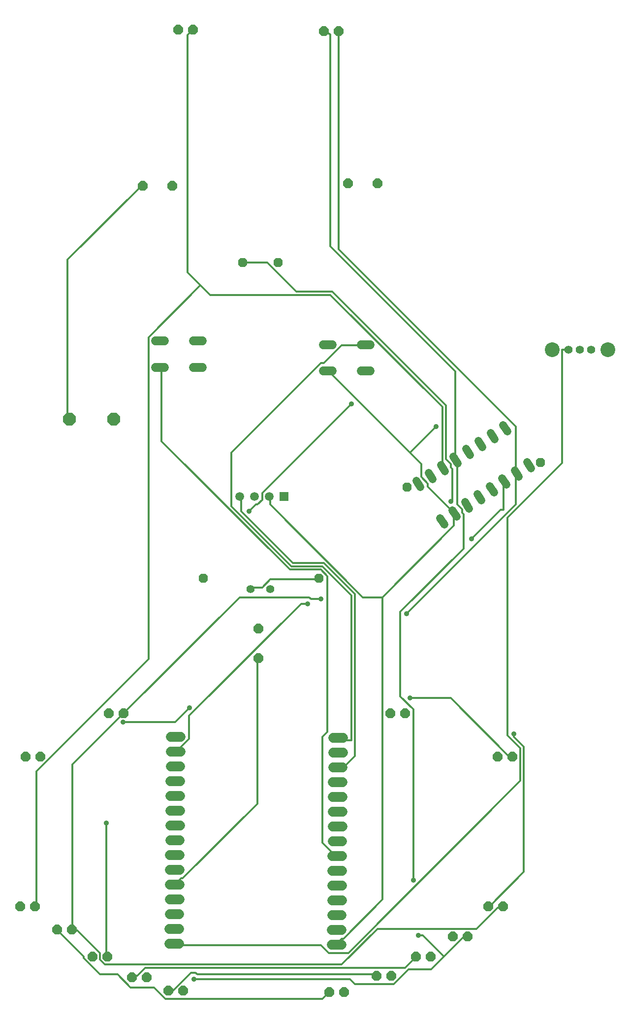
<source format=gbr>
G04 EAGLE Gerber RS-274X export*
G75*
%MOMM*%
%FSLAX34Y34*%
%LPD*%
%INBottom Copper*%
%IPPOS*%
%AMOC8*
5,1,8,0,0,1.08239X$1,22.5*%
G01*
%ADD10C,1.320800*%
%ADD11P,1.814519X8X22.500000*%
%ADD12P,1.814519X8X202.500000*%
%ADD13C,1.400000*%
%ADD14P,1.814519X8X112.500000*%
%ADD15C,1.524000*%
%ADD16C,1.676400*%
%ADD17R,1.508000X1.508000*%
%ADD18C,1.508000*%
%ADD19P,1.732040X8X22.500000*%
%ADD20P,2.336880X8X22.500000*%
%ADD21C,1.422400*%
%ADD22C,2.540000*%
%ADD23C,0.304800*%
%ADD24C,0.914400*%


D10*
X1054251Y1031130D02*
X1061387Y1020016D01*
X1040012Y1006294D02*
X1032877Y1017408D01*
X926005Y948798D02*
X933141Y937683D01*
X911766Y923961D02*
X904631Y935076D01*
X1011503Y1003686D02*
X1018638Y992571D01*
X997264Y978849D02*
X990128Y989964D01*
X947380Y962520D02*
X954515Y951405D01*
X975889Y965127D02*
X968754Y976242D01*
X945797Y870952D02*
X952933Y859838D01*
X974307Y873560D02*
X967172Y884674D01*
X988546Y898397D02*
X995681Y887282D01*
X1017056Y901004D02*
X1009920Y912119D01*
X1031295Y925841D02*
X1038430Y914726D01*
X1059804Y928448D02*
X1052669Y939563D01*
X1074043Y953285D02*
X1081179Y942170D01*
X1102553Y955892D02*
X1095418Y967007D01*
D11*
X415520Y81900D03*
X440920Y81900D03*
X495080Y1710540D03*
X520480Y1710540D03*
X836720Y84240D03*
X862120Y84240D03*
X375740Y535860D03*
X401140Y535860D03*
X233000Y460980D03*
X258400Y460980D03*
X967760Y152100D03*
X993160Y152100D03*
X754820Y56160D03*
X780220Y56160D03*
X904580Y117000D03*
X929980Y117000D03*
X223640Y203580D03*
X249040Y203580D03*
X286820Y163800D03*
X312220Y163800D03*
X1028600Y203580D03*
X1054000Y203580D03*
X860120Y535860D03*
X885520Y535860D03*
X1044980Y460980D03*
X1070380Y460980D03*
X347660Y117000D03*
X373060Y117000D03*
D12*
X770860Y1708200D03*
X745460Y1708200D03*
D11*
X478700Y58500D03*
X504100Y58500D03*
D13*
X619480Y748800D03*
X653480Y748800D03*
D14*
X633494Y630378D03*
X633494Y681178D03*
D11*
X786974Y1446548D03*
X837774Y1446548D03*
X434398Y1442590D03*
X485198Y1442590D03*
D15*
X744872Y1168794D02*
X760112Y1168794D01*
X760112Y1123582D02*
X744872Y1123582D01*
X809896Y1168794D02*
X825136Y1168794D01*
X825136Y1123582D02*
X809896Y1123582D01*
X536490Y1130114D02*
X521250Y1130114D01*
X521250Y1175326D02*
X536490Y1175326D01*
X471466Y1130114D02*
X456226Y1130114D01*
X456226Y1175326D02*
X471466Y1175326D01*
D16*
X482577Y495137D02*
X499340Y495020D01*
X499163Y469621D02*
X482400Y469738D01*
X482222Y444339D02*
X498986Y444222D01*
X498808Y418822D02*
X482045Y418939D01*
X481868Y393540D02*
X498631Y393423D01*
X498454Y368024D02*
X481690Y368141D01*
X481513Y342741D02*
X498277Y342624D01*
X498099Y317225D02*
X481336Y317342D01*
X481158Y291942D02*
X497922Y291825D01*
X497745Y266426D02*
X480981Y266543D01*
X480804Y241144D02*
X497567Y241027D01*
X497390Y215627D02*
X480626Y215744D01*
X480449Y190345D02*
X497213Y190228D01*
X497035Y164828D02*
X480272Y164945D01*
X480094Y139546D02*
X496858Y139429D01*
X759488Y137596D02*
X776251Y137479D01*
X776428Y162878D02*
X759665Y162995D01*
X759842Y188394D02*
X776606Y188277D01*
X776783Y213677D02*
X760020Y213794D01*
X760197Y239193D02*
X776960Y239076D01*
X777138Y264475D02*
X760374Y264592D01*
X760551Y289992D02*
X777315Y289875D01*
X777492Y315274D02*
X760729Y315391D01*
X760906Y340791D02*
X777670Y340674D01*
X777847Y366073D02*
X761083Y366190D01*
X761261Y391589D02*
X778024Y391472D01*
X778202Y416872D02*
X761438Y416989D01*
X761615Y442388D02*
X778379Y442271D01*
X778556Y467671D02*
X761793Y467788D01*
X761970Y493187D02*
X778734Y493070D01*
D17*
X677004Y908008D03*
D18*
X651604Y908008D03*
X626204Y908008D03*
X600804Y908008D03*
D19*
X666900Y1310400D03*
X606060Y1310400D03*
X538200Y767520D03*
X737100Y767520D03*
X1118520Y966420D03*
X889200Y924300D03*
D20*
X308220Y1041300D03*
X384420Y1041300D03*
D21*
X1186380Y1160640D03*
D22*
X1234380Y1160640D03*
X1138380Y1160640D03*
D21*
X1166380Y1160640D03*
X1205380Y1160640D03*
D23*
X718058Y723646D02*
X706882Y723646D01*
X514096Y530860D01*
X514096Y491744D01*
X491744Y469392D01*
X490781Y469680D01*
D24*
X718058Y723646D03*
D23*
X603504Y882904D02*
X603504Y905256D01*
X603504Y882904D02*
X692912Y793496D01*
X745998Y793496D01*
X799084Y740410D01*
X603504Y905256D02*
X600804Y908008D01*
X799084Y462124D02*
X776880Y439920D01*
X772407Y439920D01*
X769997Y442330D01*
X799084Y462124D02*
X799084Y740410D01*
X1064514Y461010D02*
X1070102Y461010D01*
X1064514Y461010D02*
X963930Y561594D01*
X894080Y561594D01*
X1070102Y461010D02*
X1070380Y460980D01*
D24*
X894080Y561594D03*
D23*
X972312Y972312D02*
X972312Y1123188D01*
X757174Y1338326D01*
X757174Y1701972D01*
X972312Y972312D02*
X972322Y970685D01*
X757174Y1701972D02*
X745460Y1708200D01*
X371602Y346456D02*
X371602Y117348D01*
X373060Y117000D01*
X986282Y150876D02*
X991870Y150876D01*
X952754Y117348D02*
X930402Y94996D01*
X952754Y117348D02*
X986282Y150876D01*
X930402Y94996D02*
X891286Y94996D01*
X866140Y69850D01*
X799084Y69850D01*
X790702Y78232D01*
X522478Y78232D01*
X991870Y150876D02*
X993160Y152100D01*
X975106Y894080D02*
X975106Y969518D01*
X975106Y894080D02*
X983488Y885698D01*
X983488Y880110D01*
X986282Y877316D01*
X986282Y818642D01*
X877316Y709676D01*
X877316Y564388D01*
X899668Y542036D01*
X899668Y248666D01*
X908050Y153670D02*
X916432Y153670D01*
X952754Y117348D01*
X975106Y969518D02*
X972322Y970685D01*
D24*
X371602Y346456D03*
X522478Y78232D03*
X899668Y248666D03*
X908050Y153670D03*
D23*
X949960Y958342D02*
X949960Y1061720D01*
X757174Y1254506D01*
X550418Y1254506D01*
X533654Y1271270D02*
X511302Y1293622D01*
X533654Y1271270D02*
X550418Y1254506D01*
X511302Y1293622D02*
X511302Y1701546D01*
X517798Y1708042D01*
X949960Y958342D02*
X950947Y956962D01*
X517798Y1708042D02*
X520480Y1710540D01*
X251460Y435864D02*
X251460Y203962D01*
X251460Y435864D02*
X444246Y628650D01*
X444246Y1181862D01*
X533654Y1271270D01*
X251460Y203962D02*
X249040Y203580D01*
X723646Y732028D02*
X740410Y732028D01*
X723646Y732028D02*
X720852Y734822D01*
X600710Y734822D01*
X402336Y536448D01*
X401140Y535860D01*
X312928Y447040D02*
X312928Y164846D01*
X312928Y447040D02*
X399542Y533654D01*
X312928Y164846D02*
X312220Y163800D01*
X399542Y533654D02*
X401140Y535860D01*
X1044956Y201168D02*
X1053338Y201168D01*
X1044956Y201168D02*
X1008634Y164846D01*
X838200Y164846D01*
X776732Y103378D01*
X368808Y103378D01*
X360426Y111760D01*
X360426Y122936D01*
X321310Y162052D01*
X312928Y162052D01*
X1053338Y201168D02*
X1054000Y203580D01*
X312928Y162052D02*
X312220Y163800D01*
D24*
X740410Y732028D03*
D23*
X287782Y162052D02*
X332486Y117348D01*
X332486Y114554D01*
X360426Y86614D01*
X391160Y86614D01*
X413512Y64262D01*
X453536Y64262D01*
X473094Y44704D01*
X743204Y44704D01*
X287782Y162052D02*
X286820Y163800D01*
X754820Y56160D02*
X754739Y55253D01*
X743204Y44704D01*
X424688Y83820D02*
X416306Y83820D01*
X424688Y83820D02*
X438658Y97790D01*
X885698Y97790D01*
X902462Y114554D01*
X416306Y83820D02*
X415520Y81900D01*
X902462Y114554D02*
X904580Y117000D01*
X1072896Y494538D02*
X1072896Y500126D01*
X1072896Y494538D02*
X1089660Y477774D01*
X1089660Y262636D01*
X1030986Y203962D01*
X1028600Y203580D01*
D24*
X1072896Y500126D03*
D23*
X835406Y86614D02*
X528066Y86614D01*
X525272Y89408D01*
X516890Y89408D01*
X486469Y58987D01*
X835406Y86614D02*
X836720Y84240D01*
X486469Y58987D02*
X478700Y58500D01*
X1075690Y894080D02*
X1075690Y947166D01*
X1075690Y894080D02*
X888492Y706882D01*
X1075690Y947166D02*
X1077611Y947728D01*
X771144Y1332738D02*
X771144Y1708183D01*
X771144Y1332738D02*
X1075690Y1028192D01*
X1075690Y949960D01*
X771144Y1708183D02*
X770860Y1708200D01*
X1075690Y949960D02*
X1077611Y947728D01*
D24*
X888492Y706882D03*
D23*
X639826Y751586D02*
X620581Y751586D01*
X639826Y751586D02*
X653796Y765556D01*
X734822Y765556D01*
X620581Y751586D02*
X619480Y748800D01*
X734822Y765556D02*
X737100Y767520D01*
X305000Y1315000D02*
X430000Y1440000D01*
X305000Y1315000D02*
X305000Y1045000D01*
X430000Y1440000D02*
X434398Y1442590D01*
X305000Y1045000D02*
X308220Y1041300D01*
X466598Y1003046D02*
X466598Y1128776D01*
X466598Y1003046D02*
X687324Y782320D01*
X740410Y782320D01*
X751586Y771144D01*
X751586Y502920D01*
X743204Y494538D01*
X743204Y312928D01*
X768350Y287782D01*
X466598Y1128776D02*
X463846Y1130114D01*
X768933Y289933D02*
X768350Y287782D01*
X740410Y136906D02*
X488950Y136906D01*
X740410Y136906D02*
X754380Y122936D01*
X787908Y122936D01*
X1084072Y419100D01*
X1084072Y474980D01*
X1061720Y497332D01*
X1061720Y871728D01*
X1155354Y965362D01*
X1155354Y1160277D01*
X488476Y139488D02*
X488950Y136906D01*
X1155354Y1160277D02*
X1155717Y1160640D01*
X1166380Y1160640D01*
X815848Y1167892D02*
X776732Y1167892D01*
X745998Y1137158D01*
X740410Y1137158D01*
X586740Y983488D01*
X586740Y891286D01*
X690118Y787908D01*
X743204Y787908D01*
X793496Y737616D01*
X793496Y488950D01*
X815848Y1167892D02*
X817516Y1168794D01*
X793496Y488950D02*
X774530Y488950D01*
X770352Y493128D01*
X617474Y882904D02*
X628650Y894080D01*
X631444Y894080D01*
X639826Y902462D01*
X639826Y913638D01*
X793496Y1067308D01*
D24*
X617474Y882904D03*
X793496Y1067308D03*
D23*
X653796Y905256D02*
X653796Y894080D01*
X653796Y905256D02*
X651604Y908008D01*
X924814Y924814D02*
X969518Y880110D01*
X924814Y924814D02*
X924814Y930402D01*
X913638Y941578D01*
X913638Y963930D01*
X894080Y983488D02*
X754380Y1123188D01*
X894080Y983488D02*
X913638Y963930D01*
X754380Y1123188D02*
X752492Y1123582D01*
X776732Y148082D02*
X768350Y139700D01*
X776732Y148082D02*
X779526Y148082D01*
X846582Y215138D01*
X846582Y734822D01*
X969518Y857758D01*
X969518Y875000D02*
X969518Y877316D01*
X969518Y875000D02*
X969518Y857758D01*
X768350Y139700D02*
X767869Y137537D01*
X894080Y983488D02*
X938784Y1028192D01*
D24*
X938784Y1028192D03*
D23*
X970000Y880000D02*
X970739Y879117D01*
X970000Y880000D02*
X969518Y880110D01*
X970739Y879117D02*
X970000Y875000D01*
X969518Y875000D01*
X846582Y734822D02*
X813054Y734822D01*
X653796Y894080D01*
X648208Y1310386D02*
X606298Y1310386D01*
X648208Y1310386D02*
X698500Y1260094D01*
X759968Y1260094D01*
X955548Y1064514D01*
X955548Y972312D01*
X963930Y963930D01*
X963930Y958342D01*
X966724Y955548D01*
X966724Y902462D01*
X963930Y899668D01*
X606298Y1310386D02*
X606060Y1310400D01*
D24*
X963930Y899668D03*
D23*
X500126Y251460D02*
X491744Y243078D01*
X500126Y251460D02*
X502920Y251460D01*
X631444Y379984D01*
X631444Y628650D01*
X491744Y243078D02*
X489185Y241085D01*
X631444Y628650D02*
X633494Y630378D01*
X1055000Y885000D02*
X1055000Y930000D01*
X1055000Y885000D02*
X1050000Y885000D01*
X1000000Y835000D01*
X1055000Y930000D02*
X1056237Y934006D01*
D24*
X1000000Y835000D03*
D23*
X515000Y545000D02*
X490000Y520000D01*
X400000Y520000D01*
D24*
X515000Y545000D03*
X400000Y520000D03*
M02*

</source>
